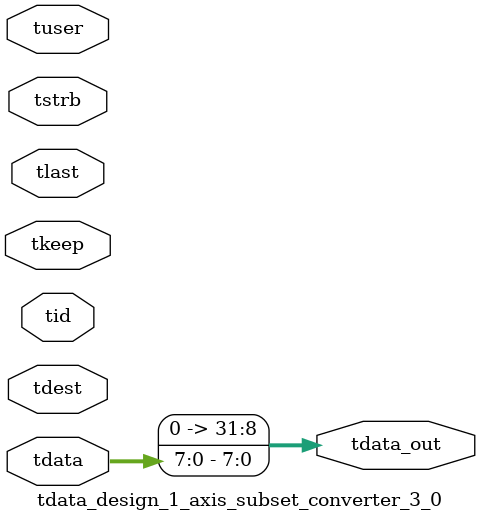
<source format=v>


`timescale 1ps/1ps

module tdata_design_1_axis_subset_converter_3_0 #
(
parameter C_S_AXIS_TDATA_WIDTH = 32,
parameter C_S_AXIS_TUSER_WIDTH = 0,
parameter C_S_AXIS_TID_WIDTH   = 0,
parameter C_S_AXIS_TDEST_WIDTH = 0,
parameter C_M_AXIS_TDATA_WIDTH = 32
)
(
input  [(C_S_AXIS_TDATA_WIDTH == 0 ? 1 : C_S_AXIS_TDATA_WIDTH)-1:0     ] tdata,
input  [(C_S_AXIS_TUSER_WIDTH == 0 ? 1 : C_S_AXIS_TUSER_WIDTH)-1:0     ] tuser,
input  [(C_S_AXIS_TID_WIDTH   == 0 ? 1 : C_S_AXIS_TID_WIDTH)-1:0       ] tid,
input  [(C_S_AXIS_TDEST_WIDTH == 0 ? 1 : C_S_AXIS_TDEST_WIDTH)-1:0     ] tdest,
input  [(C_S_AXIS_TDATA_WIDTH/8)-1:0 ] tkeep,
input  [(C_S_AXIS_TDATA_WIDTH/8)-1:0 ] tstrb,
input                                                                    tlast,
output [C_M_AXIS_TDATA_WIDTH-1:0] tdata_out
);

assign tdata_out = {tdata[7:0]};

endmodule


</source>
